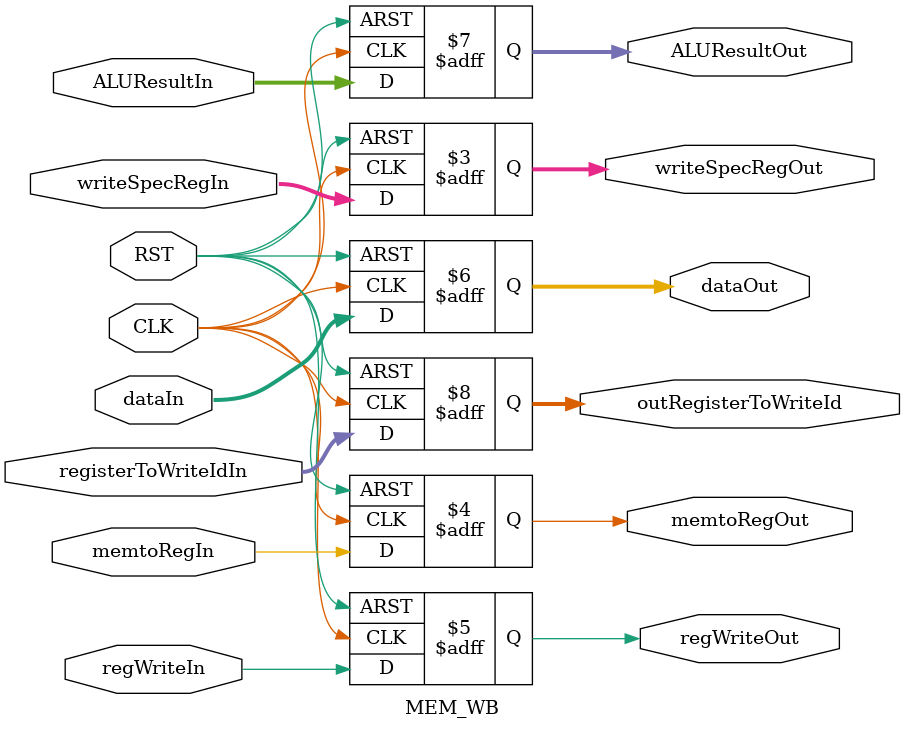
<source format=v>
module MEM_WB(
	input CLK,
	input RST,
	//input
	input [1:0] writeSpecRegIn,
	input memtoRegIn,
	input regWriteIn,
	input [15:0] dataIn,
	input [15:0] ALUResultIn,
	input [2:0] registerToWriteIdIn,
	//output
	output reg [1:0] writeSpecRegOut,
	output reg memtoRegOut,
	output reg regWriteOut,
	output reg [15:0] dataOut,
	output reg [15:0] ALUResultOut,
	output reg [2:0] outRegisterToWriteId
);

always @ (posedge CLK, negedge RST)
	if(!RST)
	begin
		writeSpecRegOut <= 2'b0;
		memtoRegOut <= 1'b0;
		regWriteOut <= 1'b0;
		dataOut <= 16'b0;
		ALUResultOut <= 16'b0;
		outRegisterToWriteId <= 3'b0;
	end
	else
	begin
		writeSpecRegOut <= writeSpecRegIn;
		memtoRegOut <= memtoRegIn;
		regWriteOut <= regWriteIn;
		dataOut <= dataIn;
		ALUResultOut <= ALUResultIn;
		outRegisterToWriteId <= registerToWriteIdIn;
	end
endmodule

</source>
